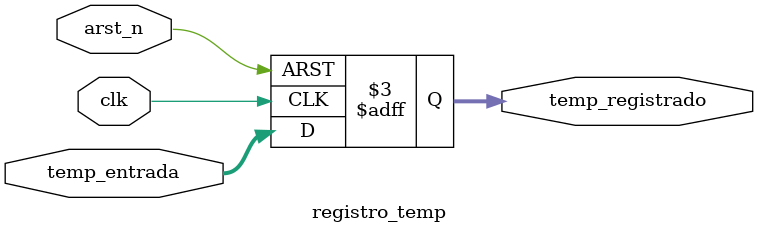
<source format=sv>
`timescale 1ns / 1ps

module registro_temp (
    input logic clk,                            // reloj del sistema
    input logic arst_n,                         // reset asincrono
    input logic signed [10:0] temp_entrada,     // temperatura digitalizada (-400 a 850)
    output logic signed [10:0] temp_registrado // valor almacenado de temperatura
);

    // Guarda la temperatura y controla el contador
    always_ff @( posedge clk, negedge arst_n) begin
        if (!arst_n) begin
            temp_registrado <= 220; // valor estable
        end else begin
            temp_registrado <= temp_entrada;  // almacena el valor actual de temperatura

        end
    end

endmodule
</source>
